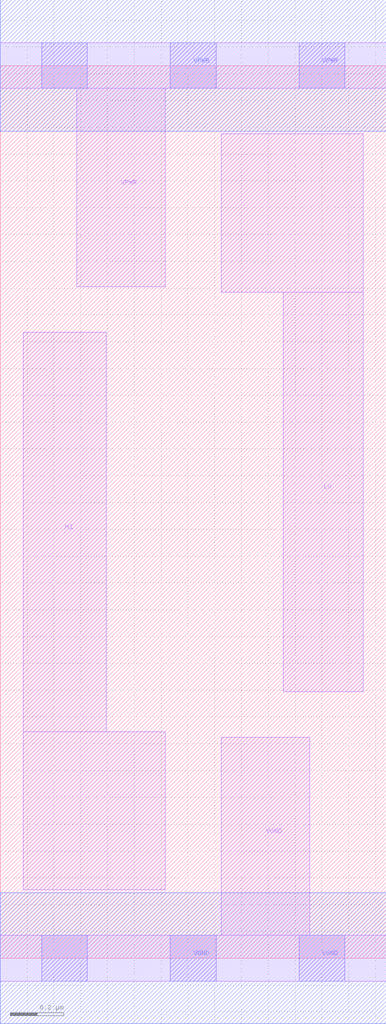
<source format=lef>
# Copyright 2020 The SkyWater PDK Authors
#
# Licensed under the Apache License, Version 2.0 (the "License");
# you may not use this file except in compliance with the License.
# You may obtain a copy of the License at
#
#     https://www.apache.org/licenses/LICENSE-2.0
#
# Unless required by applicable law or agreed to in writing, software
# distributed under the License is distributed on an "AS IS" BASIS,
# WITHOUT WARRANTIES OR CONDITIONS OF ANY KIND, either express or implied.
# See the License for the specific language governing permissions and
# limitations under the License.
#
# SPDX-License-Identifier: Apache-2.0

VERSION 5.7 ;
  NAMESCASESENSITIVE ON ;
  NOWIREEXTENSIONATPIN ON ;
  DIVIDERCHAR "/" ;
  BUSBITCHARS "[]" ;
UNITS
  DATABASE MICRONS 200 ;
END UNITS
MACRO sky130_fd_sc_ms__conb_1
  CLASS CORE ;
  SOURCE USER ;
  FOREIGN sky130_fd_sc_ms__conb_1 ;
  ORIGIN  0.000000  0.000000 ;
  SIZE  1.440000 BY  3.330000 ;
  SYMMETRY X Y ;
  SITE unit ;
  PIN HI
    DIRECTION OUTPUT ;
    USE SIGNAL ;
    PORT
      LAYER li1 ;
        RECT 0.085000 0.255000 0.615000 0.845000 ;
        RECT 0.085000 0.845000 0.395000 2.335000 ;
    END
  END HI
  PIN LO
    DIRECTION OUTPUT ;
    USE SIGNAL ;
    PORT
      LAYER li1 ;
        RECT 0.825000 2.485000 1.355000 3.075000 ;
        RECT 1.055000 0.995000 1.355000 2.485000 ;
    END
  END LO
  PIN VGND
    DIRECTION INOUT ;
    USE GROUND ;
    PORT
      LAYER li1 ;
        RECT 0.000000 -0.085000 1.440000 0.085000 ;
        RECT 0.825000  0.085000 1.155000 0.825000 ;
      LAYER mcon ;
        RECT 0.155000 -0.085000 0.325000 0.085000 ;
        RECT 0.635000 -0.085000 0.805000 0.085000 ;
        RECT 1.115000 -0.085000 1.285000 0.085000 ;
      LAYER met1 ;
        RECT 0.000000 -0.245000 1.440000 0.245000 ;
    END
  END VGND
  PIN VPWR
    DIRECTION INOUT ;
    USE POWER ;
    PORT
      LAYER li1 ;
        RECT 0.000000 3.245000 1.440000 3.415000 ;
        RECT 0.285000 2.505000 0.615000 3.245000 ;
      LAYER mcon ;
        RECT 0.155000 3.245000 0.325000 3.415000 ;
        RECT 0.635000 3.245000 0.805000 3.415000 ;
        RECT 1.115000 3.245000 1.285000 3.415000 ;
      LAYER met1 ;
        RECT 0.000000 3.085000 1.440000 3.575000 ;
    END
  END VPWR
END sky130_fd_sc_ms__conb_1

</source>
